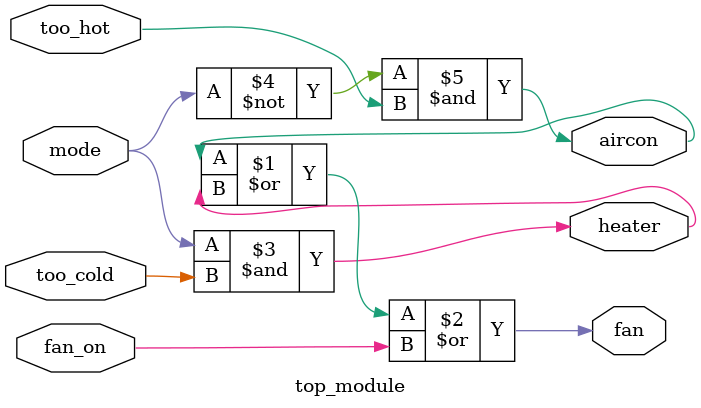
<source format=v>
module top_module (
    input too_cold,
    input too_hot,
    input mode,
    input fan_on,
    output heater,
    output aircon,
    output fan
); 
    assign fan = aircon | heater | fan_on;

    assign heater = mode&too_cold;
    assign aircon = ~mode & too_hot;

endmodule
</source>
